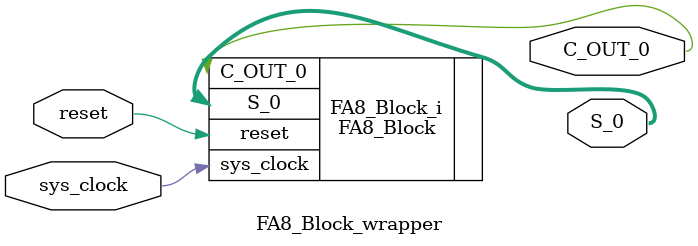
<source format=v>
`timescale 1 ps / 1 ps

module FA8_Block_wrapper
   (C_OUT_0,
    S_0,
    reset,
    sys_clock);
  output C_OUT_0;
  output [7:0]S_0;
  input reset;
  input sys_clock;

  wire C_OUT_0;
  wire [7:0]S_0;
  wire reset;
  wire sys_clock;

  FA8_Block FA8_Block_i
       (.C_OUT_0(C_OUT_0),
        .S_0(S_0),
        .reset(reset),
        .sys_clock(sys_clock));
endmodule

</source>
